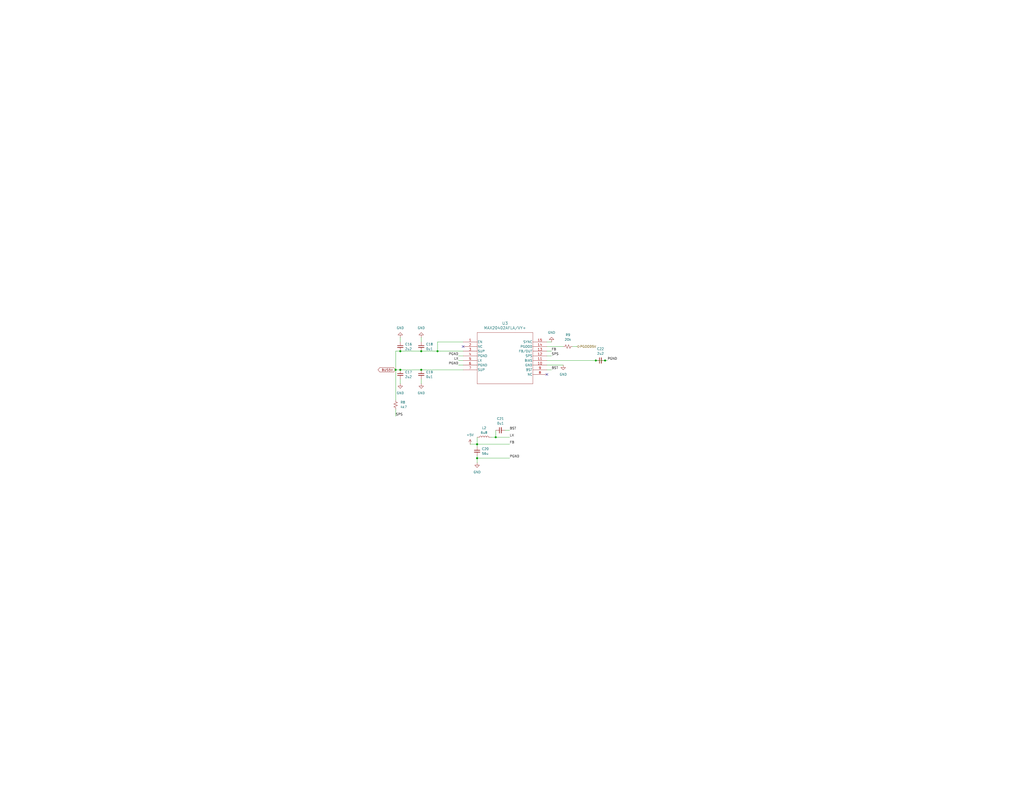
<source format=kicad_sch>
(kicad_sch (version 20231120) (generator "eeschema") (generator_version "8.0")
  (paper "C")
  (title_block (title "HEDGE Comm PCB") (date "2024-10-11") (rev "1.0") (company "Spacecraft Design Lab") (comment 1 "University of Virginia"))
  (lib_symbols
    (symbol "Device:C_Small" (pin_numbers hide) (pin_names (offset 0.254) hide)
      (property "Reference" "C" (at 0.254 1.778 0))
      (property "Value" "C_Small" (at 0.254 -2.032 0))
      (symbol "C_Small_0_1"
        (polyline (pts (xy -1.524 -0.508) (xy 1.524 -0.508)) (stroke (width 0.3302)))
        (polyline (pts (xy -1.524 0.508) (xy 1.524 0.508)) (stroke (width 0.3048)))
      )
      (symbol "C_Small_1_1"
        (pin passive line (at 0 2.54 270) (length 2.032) (name "~") (number "1"))
        (pin passive line (at 0 -2.54 90) (length 2.032) (name "~") (number "2"))
      )
    )
    (symbol "Device:L" (pin_numbers hide) (pin_names (offset 1.016) hide)
      (property "Reference" "L" (at -1.27 0 90))
      (property "Value" "L" (at 1.905 0 90))
      (symbol "L_0_1"
        (arc (start 0 -2.54) (mid 0.6323 -1.905) (end 0 -1.27))
        (arc (start 0 -1.27) (mid 0.6323 -0.635) (end 0 0))
        (arc (start 0 0) (mid 0.6323 0.635) (end 0 1.27))
        (arc (start 0 1.27) (mid 0.6323 1.905) (end 0 2.54))
      )
      (symbol "L_1_1"
        (pin passive line (at 0 3.81 270) (length 1.27) (name "1") (number "1"))
        (pin passive line (at 0 -3.81 90) (length 1.27) (name "2") (number "2"))
      )
    )
    (symbol "Device:R_Small_US" (pin_numbers hide) (pin_names (offset 0.254) hide)
      (property "Reference" "R" (at 0.762 0.508 0))
      (property "Value" "R_Small_US" (at 0.762 -1.016 0))
      (symbol "R_Small_US_1_1"
        (polyline (pts (xy 0 0) (xy 1.016 -0.381) (xy 0 -0.762) (xy -1.016 -1.143) (xy 0 -1.524)))
        (polyline (pts (xy 0 1.524) (xy 1.016 1.143) (xy 0 0.762) (xy -1.016 0.381) (xy 0 0)))
        (pin passive line (at 0 2.54 270) (length 1.016) (name "~") (number "1"))
        (pin passive line (at 0 -2.54 90) (length 1.016) (name "~") (number "2"))
      )
    )
    (symbol "MAX20402A:MAX20402AFLA_VY+" (pin_names (offset 0.254))
      (property "Reference" "U" (at 22.86 10.16 0))
      (property "Value" "MAX20402AFLA/VY+" (at 22.86 7.62 0))
      (symbol "MAX20402AFLA_VY+_0_1"
        (polyline (pts (xy 7.62 -22.86) (xy 38.1 -22.86)) (stroke (width 0.127)))
        (polyline (pts (xy 7.62 5.08) (xy 7.62 -22.86)) (stroke (width 0.127)))
        (polyline (pts (xy 38.1 -22.86) (xy 38.1 5.08)) (stroke (width 0.127)))
        (polyline (pts (xy 38.1 5.08) (xy 7.62 5.08)) (stroke (width 0.127)))
        (pin input line (at 0 0 0) (length 7.62) (name "EN") (number "1"))
        (pin power_in line (at 45.72 -12.7 180) (length 7.62) (name "GND") (number "10"))
        (pin unspecified line (at 45.72 -10.16 180) (length 7.62) (name "BIAS") (number "11"))
        (pin unspecified line (at 45.72 -7.62 180) (length 7.62) (name "SPS") (number "12"))
        (pin input line (at 45.72 -5.08 180) (length 7.62) (name "FB/OUT") (number "13"))
        (pin output line (at 45.72 -2.54 180) (length 7.62) (name "PGOOD") (number "14"))
        (pin input line (at 45.72 0 180) (length 7.62) (name "SYNC") (number "15"))
        (pin unspecified line (at 0 -2.54 0) (length 7.62) (name "NC") (number "2"))
        (pin input line (at 0 -5.08 0) (length 7.62) (name "SUP") (number "3"))
        (pin power_in line (at 0 -7.62 0) (length 7.62) (name "PGND") (number "4"))
        (pin unspecified line (at 0 -10.16 0) (length 7.62) (name "LX") (number "5"))
        (pin power_in line (at 0 -12.7 0) (length 7.62) (name "PGND") (number "6"))
        (pin input line (at 0 -15.24 0) (length 7.62) (name "SUP") (number "7"))
        (pin unspecified line (at 45.72 -17.78 180) (length 7.62) (name "NC") (number "8"))
        (pin unspecified line (at 45.72 -15.24 180) (length 7.62) (name "BST") (number "9"))
      )
    )
    (symbol "power:+5V" (power) (pin_numbers hide) (pin_names (offset 0) hide)
      (property "Value" "+5V" (at 0 3.556 0))
      (symbol "+5V_0_1"
        (polyline (pts (xy -0.762 1.27) (xy 0 2.54)))
        (polyline (pts (xy 0 0) (xy 0 2.54)))
        (polyline (pts (xy 0 2.54) (xy 0.762 1.27)))
      )
      (symbol "+5V_1_1"
        (pin power_in line (at 0 0 90) (length 0) (name "~") (number "1"))
      )
    )
    (symbol "power:GND" (power) (pin_numbers hide) (pin_names (offset 0) hide)
      (property "Value" "GND" (at 0 -3.81 0))
      (symbol "GND_0_1"
        (polyline (pts (xy 0 0) (xy 0 -1.27) (xy 1.27 -1.27) (xy 0 -2.54) (xy -1.27 -1.27) (xy 0 -1.27)))
      )
      (symbol "GND_1_1"
        (pin power_in line (at 0 0 270) (length 0) (name "~") (number "1"))
      )
    )
  )
  (junction (at 330.2 196.85))
  (junction (at 229.87 201.93))
  (junction (at 325.12 196.85))
  (junction (at 218.44 191.77))
  (junction (at 260.35 250.19))
  (junction (at 270.51 238.76))
  (junction (at 215.9 201.93))
  (junction (at 218.44 201.93))
  (junction (at 229.87 191.77))
  (junction (at 238.76 191.77))
  (junction (at 260.35 242.57))
  (no_connect (at 252.73 189.23))
  (no_connect (at 298.45 204.47))
  (wire (pts (xy 215.9 201.93) (xy 215.9 218.44)))
  (wire (pts (xy 229.87 184.15) (xy 229.87 186.69)))
  (wire (pts (xy 218.44 191.77) (xy 229.87 191.77)))
  (wire (pts (xy 229.87 201.93) (xy 252.73 201.93)))
  (wire (pts (xy 298.45 196.85) (xy 325.12 196.85)))
  (wire (pts (xy 250.19 194.31) (xy 252.73 194.31)))
  (wire (pts (xy 312.42 189.23) (xy 314.96 189.23)))
  (wire (pts (xy 278.13 238.76) (xy 270.51 238.76)))
  (wire (pts (xy 238.76 186.69) (xy 238.76 191.77)))
  (wire (pts (xy 260.35 250.19) (xy 278.13 250.19)))
  (wire (pts (xy 229.87 191.77) (xy 238.76 191.77)))
  (wire (pts (xy 218.44 191.77) (xy 215.9 191.77)))
  (wire (pts (xy 252.73 186.69) (xy 238.76 186.69)))
  (wire (pts (xy 275.59 234.95) (xy 278.13 234.95)))
  (wire (pts (xy 260.35 243.84) (xy 260.35 242.57)))
  (wire (pts (xy 215.9 201.93) (xy 218.44 201.93)))
  (wire (pts (xy 250.19 196.85) (xy 252.73 196.85)))
  (wire (pts (xy 267.97 238.76) (xy 270.51 238.76)))
  (wire (pts (xy 298.45 191.77) (xy 300.99 191.77)))
  (wire (pts (xy 229.87 207.01) (xy 229.87 209.55)))
  (wire (pts (xy 298.45 186.69) (xy 300.99 186.69)))
  (wire (pts (xy 298.45 189.23) (xy 307.34 189.23)))
  (wire (pts (xy 260.35 250.19) (xy 260.35 248.92)))
  (wire (pts (xy 218.44 207.01) (xy 218.44 209.55)))
  (wire (pts (xy 260.35 250.19) (xy 260.35 252.73)))
  (wire (pts (xy 256.54 242.57) (xy 260.35 242.57)))
  (wire (pts (xy 270.51 238.76) (xy 270.51 234.95)))
  (wire (pts (xy 218.44 184.15) (xy 218.44 186.69)))
  (wire (pts (xy 278.13 242.57) (xy 260.35 242.57)))
  (wire (pts (xy 215.9 191.77) (xy 215.9 201.93)))
  (wire (pts (xy 250.19 199.39) (xy 252.73 199.39)))
  (wire (pts (xy 330.2 196.85) (xy 331.47 196.85)))
  (wire (pts (xy 218.44 201.93) (xy 229.87 201.93)))
  (wire (pts (xy 215.9 223.52) (xy 215.9 227.33)))
  (wire (pts (xy 298.45 194.31) (xy 300.99 194.31)))
  (wire (pts (xy 298.45 201.93) (xy 300.99 201.93)))
  (wire (pts (xy 238.76 191.77) (xy 252.73 191.77)))
  (wire (pts (xy 325.12 196.85) (xy 330.2 196.85)))
  (wire (pts (xy 298.45 199.39) (xy 307.34 199.39)))
  (wire (pts (xy 260.35 242.57) (xy 260.35 238.76)))
  (label "PGND" (at 331.47 196.85 0))
  (label "BST" (at 278.13 234.95 0))
  (label "PGND" (at 250.19 199.39 180))
  (label "PGND" (at 278.13 250.19 0))
  (label "BST" (at 300.99 201.93 0))
  (label "SPS" (at 300.99 194.31 0))
  (label "FB" (at 278.13 242.57 0))
  (label "LX" (at 278.13 238.76 0))
  (label "FB" (at 300.99 191.77 0))
  (label "SPS" (at 215.9 227.33 0))
  (label "LX" (at 250.19 196.85 180))
  (label "PGND" (at 250.19 194.31 180))
  (global_label "BUS5V" (shape bidirectional) (at 215.9 201.93 180) (property "Intersheetrefs" "${INTERSHEET_REFS}" (effects (hide yes))))
  (hierarchical_label "PGOOD5V" (shape bidirectional) (at 314.96 189.23 0))
  (symbol (lib_id "power:GND") (at 229.87 209.55 0) (unit 1)
    (property "Reference" "#PWR025" (effects (hide yes)))
    (property "Value" "GND" (at 229.87 214.63 0))
    (property "Description" "Power symbol creates a global label with name \"GND\" , ground" (effects (hide yes)))
  )
  (symbol (lib_id "Device:C_Small") (at 229.87 204.47 0) (unit 1)
    (property "Reference" "C19" (at 232.41 203.2062 0) (effects (justify left)))
    (property "Value" "0u1" (at 232.41 205.7462 0) (effects (justify left)))
    (property "Description" "Unpolarized capacitor, small symbol" (effects (hide yes)))
  )
  (symbol (lib_id "Device:C_Small") (at 260.35 246.38 0) (unit 1)
    (property "Reference" "C20" (at 262.89 245.1162 0) (effects (justify left)))
    (property "Value" "56u" (at 262.89 247.6562 0) (effects (justify left)))
    (property "Description" "Unpolarized capacitor, small symbol" (effects (hide yes)))
  )
  (symbol (lib_id "Device:R_Small_US") (at 309.88 189.23 90) (unit 1)
    (property "Reference" "R9" (at 309.88 182.88 90))
    (property "Value" "20k" (at 309.88 185.42 90))
    (property "Description" "Resistor, small US symbol" (effects (hide yes)))
  )
  (symbol (lib_id "Device:C_Small") (at 218.44 204.47 0) (unit 1)
    (property "Reference" "C17" (at 220.98 203.2062 0) (effects (justify left)))
    (property "Value" "2u2" (at 220.98 205.7462 0) (effects (justify left)))
    (property "Description" "Unpolarized capacitor, small symbol" (effects (hide yes)))
  )
  (symbol (lib_id "power:GND") (at 307.34 199.39 0) (unit 1)
    (property "Reference" "#PWR029" (effects (hide yes)))
    (property "Value" "GND" (at 307.34 204.47 0))
    (property "Description" "Power symbol creates a global label with name \"GND\" , ground" (effects (hide yes)))
  )
  (symbol (lib_id "power:GND") (at 260.35 252.73 0) (unit 1)
    (property "Reference" "#PWR027" (effects (hide yes)))
    (property "Value" "GND" (at 260.35 257.81 0))
    (property "Description" "Power symbol creates a global label with name \"GND\" , ground" (effects (hide yes)))
  )
  (symbol (lib_id "Device:C_Small") (at 218.44 189.23 0) (unit 1)
    (property "Reference" "C16" (at 220.98 187.9662 0) (effects (justify left)))
    (property "Value" "2u2" (at 220.98 190.5062 0) (effects (justify left)))
    (property "Description" "Unpolarized capacitor, small symbol" (effects (hide yes)))
  )
  (symbol (lib_id "Device:C_Small") (at 229.87 189.23 0) (unit 1)
    (property "Reference" "C18" (at 232.41 187.9662 0) (effects (justify left)))
    (property "Value" "0u1" (at 232.41 190.5062 0) (effects (justify left)))
    (property "Description" "Unpolarized capacitor, small symbol" (effects (hide yes)))
  )
  (symbol (lib_id "Device:C_Small") (at 327.66 196.85 90) (unit 1)
    (property "Reference" "C22" (at 327.6663 190.5 90))
    (property "Value" "2u2" (at 327.6663 193.04 90))
    (property "Description" "Unpolarized capacitor, small symbol" (effects (hide yes)))
  )
  (symbol (lib_id "power:GND") (at 229.87 184.15 180) (unit 1)
    (property "Reference" "#PWR024" (effects (hide yes)))
    (property "Value" "GND" (at 229.87 179.07 0))
    (property "Description" "Power symbol creates a global label with name \"GND\" , ground" (effects (hide yes)))
  )
  (symbol (lib_id "MAX20402A:MAX20402AFLA_VY+") (at 252.73 186.69 0) (unit 1)
    (property "Reference" "U3" (at 275.59 176.53 0) (effects (font (size 1.524 1.524))))
    (property "Value" "MAX20402AFLA/VY+" (at 275.59 179.07 0) (effects (font (size 1.524 1.524))))
    (property "Footprint" "21-100532_90-100188_ADI" (effects (hide yes)))
    (property "Datasheet" "MAX20402AFLA/VY+" (effects (hide yes)))
  )
  (symbol (lib_id "Device:L") (at 264.16 238.76 90) (unit 1)
    (property "Reference" "L2" (at 264.16 233.68 90))
    (property "Value" "6u8" (at 264.16 236.22 90))
    (property "Description" "Inductor" (effects (hide yes)))
  )
  (symbol (lib_id "power:GND") (at 218.44 184.15 180) (unit 1)
    (property "Reference" "#PWR022" (effects (hide yes)))
    (property "Value" "GND" (at 218.44 179.07 0))
    (property "Description" "Power symbol creates a global label with name \"GND\" , ground" (effects (hide yes)))
  )
  (symbol (lib_id "power:GND") (at 218.44 209.55 0) (unit 1)
    (property "Reference" "#PWR023" (effects (hide yes)))
    (property "Value" "GND" (at 218.44 214.63 0))
    (property "Description" "Power symbol creates a global label with name \"GND\" , ground" (effects (hide yes)))
  )
  (symbol (lib_id "power:GND") (at 300.99 186.69 180) (unit 1)
    (property "Reference" "#PWR028" (effects (hide yes)))
    (property "Value" "GND" (at 300.99 181.61 0))
    (property "Description" "Power symbol creates a global label with name \"GND\" , ground" (effects (hide yes)))
  )
  (symbol (lib_id "Device:C_Small") (at 273.05 234.95 90) (unit 1)
    (property "Reference" "C21" (at 273.0563 228.6 90))
    (property "Value" "0u1" (at 273.0563 231.14 90))
    (property "Description" "Unpolarized capacitor, small symbol" (effects (hide yes)))
  )
  (symbol (lib_id "Device:R_Small_US") (at 215.9 220.98 180) (unit 1)
    (property "Reference" "R8" (at 218.44 219.7099 0) (effects (justify right)))
    (property "Value" "4k7" (at 218.44 222.2499 0) (effects (justify right)))
    (property "Description" "Resistor, small US symbol" (effects (hide yes)))
  )
  (symbol (lib_id "power:+5V") (at 256.54 242.57 0) (unit 1)
    (property "Reference" "#PWR026" (effects (hide yes)))
    (property "Value" "+5V" (at 256.54 237.49 0))
    (property "Description" "Power symbol creates a global label with name \"+5V\"" (effects (hide yes)))
  )
)
</source>
